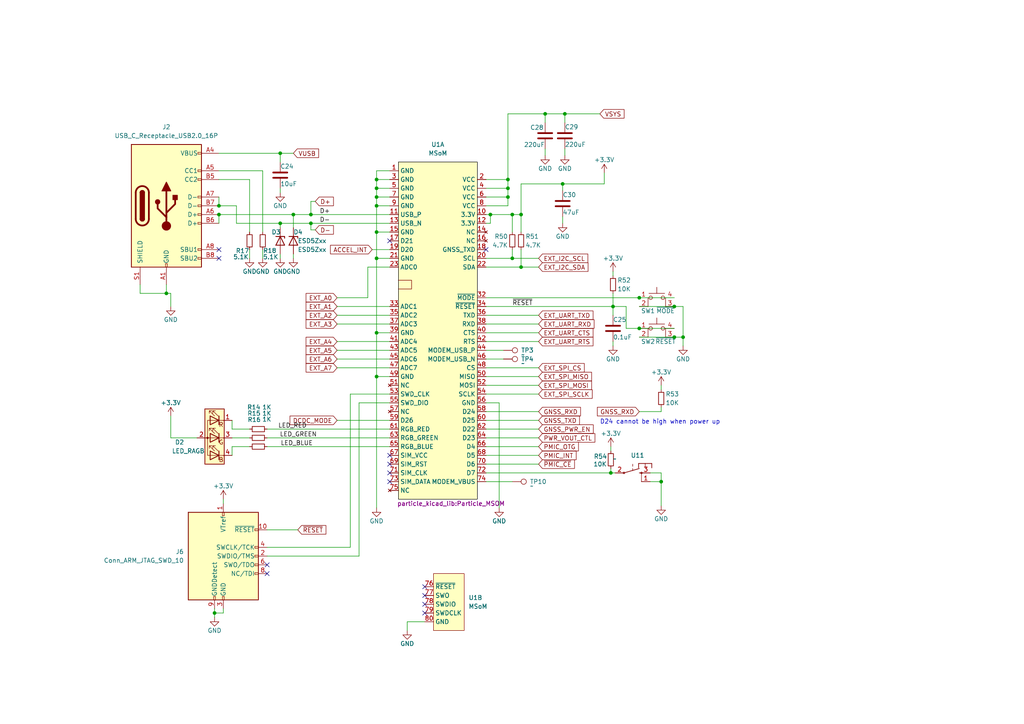
<source format=kicad_sch>
(kicad_sch (version 20230121) (generator eeschema)
  (paper "A4")
  (lib_symbols
    (symbol "Connector:Conn_ARM_JTAG_SWD_10" (pin_names (offset 1.016))
      (property "Reference" "J" (at -2.54 16.51 0))
      (property "Value" "Conn_ARM_JTAG_SWD_10" (at -2.54 13.97 0))
      (symbol "Conn_ARM_JTAG_SWD_10_0_1"
        (rectangle (start -10.16 12.7) (end 10.16 -12.7) (stroke (width 0.254)) (fill (type background)))
        (rectangle (start -2.794 -12.7) (end -2.286 -11.684))
        (rectangle (start -0.254 -12.7) (end 0.254 -11.684))
        (rectangle (start -0.254 12.7) (end 0.254 11.684))
        (rectangle (start 9.144 2.286) (end 10.16 2.794))
        (rectangle (start 10.16 -2.794) (end 9.144 -2.286))
        (rectangle (start 10.16 -0.254) (end 9.144 0.254))
        (rectangle (start 10.16 7.874) (end 9.144 7.366))
      )
      (symbol "Conn_ARM_JTAG_SWD_10_1_1"
        (rectangle (start 9.144 -5.334) (end 10.16 -4.826))
        (pin power_in line (at 0 15.24 270) (length 2.54) (name "VTref") (number "1"))
        (pin open_collector line (at 12.7 7.62 180) (length 2.54) (name "~{RESET}") (number "10"))
        (pin bidirectional line (at 12.7 0 180) (length 2.54) (name "SWDIO/TMS") (number "2"))
        (pin power_in line (at 0 -15.24 90) (length 2.54) (name "GND") (number "3"))
        (pin output line (at 12.7 2.54 180) (length 2.54) (name "SWCLK/TCK") (number "4"))
        (pin passive line (at 0 -15.24 90) (length 2.54) hide (name "GND") (number "5"))
        (pin input line (at 12.7 -2.54 180) (length 2.54) (name "SWO/TDO") (number "6"))
        (pin no_connect line (at -10.16 0 0) (length 2.54) hide (name "KEY") (number "7"))
        (pin output line (at 12.7 -5.08 180) (length 2.54) (name "NC/TDI") (number "8"))
        (pin passive line (at -2.54 -15.24 90) (length 2.54) (name "GNDDetect") (number "9"))
      )
    )
    (symbol "Connector:TestPoint" (pin_numbers hide) (pin_names (offset 0.762) hide)
      (property "Reference" "TP" (at 0 6.858 0))
      (property "Value" "TestPoint" (at 0 5.08 0))
      (symbol "TestPoint_0_1"
        (circle (center 0 3.302) (radius 0.762))
      )
      (symbol "TestPoint_1_1"
        (pin passive line (at 0 0 90) (length 2.54) (name "1") (number "1"))
      )
    )
    (symbol "Connector:USB_C_Receptacle_USB2.0_16P" (pin_names (offset 1.016))
      (property "Reference" "J" (at 0 22.225 0))
      (property "Value" "USB_C_Receptacle_USB2.0_16P" (at 0 19.685 0))
      (symbol "USB_C_Receptacle_USB2.0_16P_0_0"
        (rectangle (start -0.254 -17.78) (end 0.254 -16.764))
        (rectangle (start 10.16 -14.986) (end 9.144 -15.494))
        (rectangle (start 10.16 -12.446) (end 9.144 -12.954))
        (rectangle (start 10.16 -4.826) (end 9.144 -5.334))
        (rectangle (start 10.16 -2.286) (end 9.144 -2.794))
        (rectangle (start 10.16 0.254) (end 9.144 -0.254))
        (rectangle (start 10.16 2.794) (end 9.144 2.286))
        (rectangle (start 10.16 7.874) (end 9.144 7.366))
        (rectangle (start 10.16 10.414) (end 9.144 9.906))
        (rectangle (start 10.16 15.494) (end 9.144 14.986))
      )
      (symbol "USB_C_Receptacle_USB2.0_16P_0_1"
        (rectangle (start -10.16 17.78) (end 10.16 -17.78) (stroke (width 0.254)) (fill (type background)))
        (arc (start -8.89 -3.81) (mid -6.985 -5.7067) (end -5.08 -3.81) (stroke (width 0.508)))
        (arc (start -7.62 -3.81) (mid -6.985 -4.4423) (end -6.35 -3.81) (stroke (width 0.254)))
        (arc (start -7.62 -3.81) (mid -6.985 -4.4423) (end -6.35 -3.81) (stroke (width 0.254)) (fill (type outline)))
        (rectangle (start -7.62 -3.81) (end -6.35 3.81) (stroke (width 0.254)) (fill (type outline)))
        (arc (start -6.35 3.81) (mid -6.985 4.4423) (end -7.62 3.81) (stroke (width 0.254)))
        (arc (start -6.35 3.81) (mid -6.985 4.4423) (end -7.62 3.81) (stroke (width 0.254)) (fill (type outline)))
        (arc (start -5.08 3.81) (mid -6.985 5.7067) (end -8.89 3.81) (stroke (width 0.508)))
        (circle (center -2.54 1.143) (radius 0.635) (stroke (width 0.254)) (fill (type outline)))
        (circle (center 0 -5.842) (radius 1.27) (fill (type outline)))
        (polyline (pts (xy -8.89 -3.81) (xy -8.89 3.81)) (stroke (width 0.508)))
        (polyline (pts (xy -5.08 3.81) (xy -5.08 -3.81)) (stroke (width 0.508)))
        (polyline (pts (xy 0 -5.842) (xy 0 4.318)) (stroke (width 0.508)))
        (polyline (pts (xy 0 -3.302) (xy -2.54 -0.762) (xy -2.54 0.508)) (stroke (width 0.508)))
        (polyline (pts (xy 0 -2.032) (xy 2.54 0.508) (xy 2.54 1.778)) (stroke (width 0.508)))
        (polyline (pts (xy -1.27 4.318) (xy 0 6.858) (xy 1.27 4.318) (xy -1.27 4.318)) (stroke (width 0.254)) (fill (type outline)))
        (rectangle (start 1.905 1.778) (end 3.175 3.048) (stroke (width 0.254)) (fill (type outline)))
      )
      (symbol "USB_C_Receptacle_USB2.0_16P_1_1"
        (pin passive line (at 0 -22.86 90) (length 5.08) (name "GND") (number "A1"))
        (pin passive line (at 0 -22.86 90) (length 5.08) hide (name "GND") (number "A12"))
        (pin passive line (at 15.24 15.24 180) (length 5.08) (name "VBUS") (number "A4"))
        (pin bidirectional line (at 15.24 10.16 180) (length 5.08) (name "CC1") (number "A5"))
        (pin bidirectional line (at 15.24 -2.54 180) (length 5.08) (name "D+") (number "A6"))
        (pin bidirectional line (at 15.24 2.54 180) (length 5.08) (name "D-") (number "A7"))
        (pin bidirectional line (at 15.24 -12.7 180) (length 5.08) (name "SBU1") (number "A8"))
        (pin passive line (at 15.24 15.24 180) (length 5.08) hide (name "VBUS") (number "A9"))
        (pin passive line (at 0 -22.86 90) (length 5.08) hide (name "GND") (number "B1"))
        (pin passive line (at 0 -22.86 90) (length 5.08) hide (name "GND") (number "B12"))
        (pin passive line (at 15.24 15.24 180) (length 5.08) hide (name "VBUS") (number "B4"))
        (pin bidirectional line (at 15.24 7.62 180) (length 5.08) (name "CC2") (number "B5"))
        (pin bidirectional line (at 15.24 -5.08 180) (length 5.08) (name "D+") (number "B6"))
        (pin bidirectional line (at 15.24 0 180) (length 5.08) (name "D-") (number "B7"))
        (pin bidirectional line (at 15.24 -15.24 180) (length 5.08) (name "SBU2") (number "B8"))
        (pin passive line (at 15.24 15.24 180) (length 5.08) hide (name "VBUS") (number "B9"))
        (pin passive line (at -7.62 -22.86 90) (length 5.08) (name "SHIELD") (number "S1"))
      )
    )
    (symbol "Device:C" (pin_numbers hide) (pin_names (offset 0.254))
      (property "Reference" "C" (at 0.635 2.54 0))
      (property "Value" "C" (at 0.635 -2.54 0))
      (symbol "C_0_1"
        (polyline (pts (xy -2.032 -0.762) (xy 2.032 -0.762)) (stroke (width 0.508)))
        (polyline (pts (xy -2.032 0.762) (xy 2.032 0.762)) (stroke (width 0.508)))
      )
      (symbol "C_1_1"
        (pin passive line (at 0 3.81 270) (length 2.794) (name "~") (number "1"))
        (pin passive line (at 0 -3.81 90) (length 2.794) (name "~") (number "2"))
      )
    )
    (symbol "Device:LED_RAGB" (pin_names (offset 0) hide)
      (property "Reference" "D" (at 0 9.398 0))
      (property "Value" "LED_RAGB" (at 0 -8.89 0))
      (symbol "LED_RAGB_0_0"
        (text "B" (at -1.905 -6.35 0) (effects (font (size 1.27 1.27))))
        (text "G" (at -1.905 -1.27 0) (effects (font (size 1.27 1.27))))
        (text "R" (at -1.905 3.81 0) (effects (font (size 1.27 1.27))))
      )
      (symbol "LED_RAGB_0_1"
        (polyline (pts (xy -1.27 -5.08) (xy -2.54 -5.08)))
        (polyline (pts (xy -1.27 -5.08) (xy 1.27 -5.08)))
        (polyline (pts (xy -1.27 -3.81) (xy -1.27 -6.35)) (stroke (width 0.254)))
        (polyline (pts (xy -1.27 0) (xy -2.54 0)))
        (polyline (pts (xy -1.27 1.27) (xy -1.27 -1.27)) (stroke (width 0.254)))
        (polyline (pts (xy -1.27 5.08) (xy -2.54 5.08)))
        (polyline (pts (xy -1.27 5.08) (xy 1.27 5.08)))
        (polyline (pts (xy -1.27 6.35) (xy -1.27 3.81)) (stroke (width 0.254)))
        (polyline (pts (xy 1.27 0) (xy -1.27 0)))
        (polyline (pts (xy 1.27 0) (xy 2.54 0)))
        (polyline (pts (xy -1.27 1.27) (xy -1.27 -1.27) (xy -1.27 -1.27)))
        (polyline (pts (xy -1.27 6.35) (xy -1.27 3.81) (xy -1.27 3.81)))
        (polyline (pts (xy 1.27 -5.08) (xy 2.032 -5.08) (xy 2.032 5.08) (xy 1.27 5.08)))
        (polyline (pts (xy 1.27 -3.81) (xy 1.27 -6.35) (xy -1.27 -5.08) (xy 1.27 -3.81)) (stroke (width 0.254)))
        (polyline (pts (xy 1.27 1.27) (xy 1.27 -1.27) (xy -1.27 0) (xy 1.27 1.27)) (stroke (width 0.254)))
        (polyline (pts (xy 1.27 6.35) (xy 1.27 3.81) (xy -1.27 5.08) (xy 1.27 6.35)) (stroke (width 0.254)))
        (polyline (pts (xy -1.016 -3.81) (xy 0.508 -2.286) (xy -0.254 -2.286) (xy 0.508 -2.286) (xy 0.508 -3.048)))
        (polyline (pts (xy -1.016 1.27) (xy 0.508 2.794) (xy -0.254 2.794) (xy 0.508 2.794) (xy 0.508 2.032)))
        (polyline (pts (xy -1.016 6.35) (xy 0.508 7.874) (xy -0.254 7.874) (xy 0.508 7.874) (xy 0.508 7.112)))
        (polyline (pts (xy 0 -3.81) (xy 1.524 -2.286) (xy 0.762 -2.286) (xy 1.524 -2.286) (xy 1.524 -3.048)))
        (polyline (pts (xy 0 1.27) (xy 1.524 2.794) (xy 0.762 2.794) (xy 1.524 2.794) (xy 1.524 2.032)))
        (polyline (pts (xy 0 6.35) (xy 1.524 7.874) (xy 0.762 7.874) (xy 1.524 7.874) (xy 1.524 7.112)))
        (rectangle (start 1.27 -1.27) (end 1.27 1.27))
        (rectangle (start 1.27 1.27) (end 1.27 1.27))
        (rectangle (start 1.27 3.81) (end 1.27 6.35))
        (rectangle (start 1.27 6.35) (end 1.27 6.35))
        (circle (center 2.032 0) (radius 0.254) (fill (type outline)))
        (rectangle (start 2.794 8.382) (end -2.794 -7.62) (stroke (width 0.254)) (fill (type background)))
      )
      (symbol "LED_RAGB_1_1"
        (pin passive line (at -5.08 5.08 0) (length 2.54) (name "RK") (number "1"))
        (pin passive line (at 5.08 0 180) (length 2.54) (name "A") (number "2"))
        (pin passive line (at -5.08 0 0) (length 2.54) (name "GK") (number "3"))
        (pin passive line (at -5.08 -5.08 0) (length 2.54) (name "BK") (number "4"))
      )
    )
    (symbol "Device:R_Small" (pin_numbers hide) (pin_names (offset 0.254) hide)
      (property "Reference" "R" (at 0.762 0.508 0))
      (property "Value" "R_Small" (at 0.762 -1.016 0))
      (symbol "R_Small_0_1"
        (rectangle (start -0.762 1.778) (end 0.762 -1.778) (stroke (width 0.2032)))
      )
      (symbol "R_Small_1_1"
        (pin passive line (at 0 2.54 270) (length 0.762) (name "~") (number "1"))
        (pin passive line (at 0 -2.54 90) (length 0.762) (name "~") (number "2"))
      )
    )
    (symbol "Diode:ESD5Zxx" (pin_numbers hide) (pin_names hide)
      (property "Reference" "D" (at 0 2.54 0))
      (property "Value" "ESD5Zxx" (at 0 -2.54 0))
      (symbol "ESD5Zxx_0_1"
        (polyline (pts (xy 1.27 0) (xy -1.27 0)))
        (polyline (pts (xy -1.27 -1.27) (xy -1.27 1.27) (xy -0.762 1.27)) (stroke (width 0.254)))
        (polyline (pts (xy 1.27 -1.27) (xy 1.27 1.27) (xy -1.27 0) (xy 1.27 -1.27)) (stroke (width 0.254)))
      )
      (symbol "ESD5Zxx_1_1"
        (pin passive line (at -3.81 0 0) (length 2.54) (name "K") (number "1"))
        (pin passive line (at 3.81 0 180) (length 2.54) (name "A") (number "2"))
      )
    )
    (symbol "Switch:SW_MEC_5E" (pin_names (offset 1.016) hide)
      (property "Reference" "SW" (at 0.635 5.715 0))
      (property "Value" "SW_MEC_5E" (at 0 -3.175 0))
      (symbol "SW_MEC_5E_0_1"
        (circle (center -1.778 2.54) (radius 0.508))
        (polyline (pts (xy -2.286 3.81) (xy 2.286 3.81)))
        (polyline (pts (xy 0 3.81) (xy 0 5.588)))
        (polyline (pts (xy -2.54 0) (xy -2.54 2.54) (xy -2.286 2.54)))
        (polyline (pts (xy 2.54 0) (xy 2.54 2.54) (xy 2.286 2.54)))
        (circle (center 1.778 2.54) (radius 0.508))
        (pin passive line (at -5.08 2.54 0) (length 2.54) (name "1") (number "1"))
        (pin passive line (at -5.08 0 0) (length 2.54) (name "2") (number "2"))
        (pin passive line (at 5.08 0 180) (length 2.54) (name "K") (number "3"))
        (pin passive line (at 5.08 2.54 180) (length 2.54) (name "A") (number "4"))
      )
    )
    (symbol "kicad_lib_particle:Particle_MSoM"
      (property "Reference" "U" (at 1.27 -2.54 0))
      (property "Value" "MSoM" (at 6.35 -2.54 0))
      (symbol "Particle_MSoM_1_1"
        (polyline (pts (xy 1.27 63.5) (xy 0 63.5) (xy 3.81 63.5) (xy 3.81 60.96) (xy 0 60.96)))
        (rectangle (start 0 97.79) (end 22.86 0) (stroke (width 0) (color 0 0 0 1)) (fill (type background)))
        (pin power_in line (at -2.54 95.25 0) (length 2.54) (name "GND") (number "1"))
        (pin power_in line (at 25.4 82.55 180) (length 2.54) (name "3.3V") (number "10"))
        (pin bidirectional line (at -2.54 82.55 0) (length 2.54) (name "USB_P") (number "11"))
        (pin power_in line (at 25.4 80.01 180) (length 2.54) (name "3.3V") (number "12"))
        (pin bidirectional line (at -2.54 80.01 0) (length 2.54) (name "USB_N") (number "13"))
        (pin no_connect line (at 25.4 77.47 180) (length 2.54) (name "NC") (number "14"))
        (pin power_in line (at -2.54 77.47 0) (length 2.54) (name "GND") (number "15"))
        (pin no_connect line (at 25.4 74.93 180) (length 2.54) (name "NC") (number "16"))
        (pin bidirectional line (at -2.54 74.93 0) (length 2.54) (name "D21") (number "17"))
        (pin output line (at 25.4 72.39 180) (length 2.54) (name "GNSS_TXD") (number "18"))
        (pin bidirectional line (at -2.54 72.39 0) (length 2.54) (name "D20") (number "19"))
        (pin power_in line (at 25.4 92.71 180) (length 2.54) (name "VCC") (number "2"))
        (pin bidirectional line (at 25.4 69.85 180) (length 2.54) (name "SCL") (number "20"))
        (pin power_in line (at -2.54 69.85 0) (length 2.54) (name "GND") (number "21"))
        (pin bidirectional line (at 25.4 67.31 180) (length 2.54) (name "SDA") (number "22"))
        (pin bidirectional line (at -2.54 67.31 0) (length 2.54) (name "ADC0") (number "23"))
        (pin power_in line (at -2.54 92.71 0) (length 2.54) (name "GND") (number "3"))
        (pin input line (at 25.4 58.42 180) (length 2.54) (name "~{MODE}") (number "32"))
        (pin bidirectional line (at -2.54 55.88 0) (length 2.54) (name "ADC1") (number "33"))
        (pin input line (at 25.4 55.88 180) (length 2.54) (name "~{RESET}") (number "34"))
        (pin bidirectional line (at -2.54 53.34 0) (length 2.54) (name "ADC2") (number "35"))
        (pin bidirectional line (at 25.4 53.34 180) (length 2.54) (name "TXD") (number "36"))
        (pin bidirectional line (at -2.54 50.8 0) (length 2.54) (name "ADC3") (number "37"))
        (pin bidirectional line (at 25.4 50.8 180) (length 2.54) (name "RXD") (number "38"))
        (pin power_in line (at -2.54 48.26 0) (length 2.54) (name "GND") (number "39"))
        (pin power_in line (at 25.4 90.17 180) (length 2.54) (name "VCC") (number "4"))
        (pin bidirectional line (at 25.4 48.26 180) (length 2.54) (name "CTS") (number "40"))
        (pin bidirectional line (at -2.54 45.72 0) (length 2.54) (name "ADC4") (number "41"))
        (pin bidirectional line (at 25.4 45.72 180) (length 2.54) (name "RTS") (number "42"))
        (pin bidirectional line (at -2.54 43.18 0) (length 2.54) (name "ADC5") (number "43"))
        (pin bidirectional line (at 25.4 43.18 180) (length 2.54) (name "MODEM_USB_P") (number "44"))
        (pin bidirectional line (at -2.54 40.64 0) (length 2.54) (name "ADC6") (number "45"))
        (pin bidirectional line (at 25.4 40.64 180) (length 2.54) (name "MODEM_USB_N") (number "46"))
        (pin bidirectional line (at -2.54 38.1 0) (length 2.54) (name "ADC7") (number "47"))
        (pin bidirectional line (at 25.4 38.1 180) (length 2.54) (name "CS") (number "48"))
        (pin power_in line (at -2.54 35.56 0) (length 2.54) (name "GND") (number "49"))
        (pin power_in line (at -2.54 90.17 0) (length 2.54) (name "GND") (number "5"))
        (pin bidirectional line (at 25.4 35.56 180) (length 2.54) (name "MISO") (number "50"))
        (pin no_connect line (at -2.54 33.02 0) (length 2.54) (name "NC") (number "51"))
        (pin bidirectional line (at 25.4 33.02 180) (length 2.54) (name "MOSI") (number "52"))
        (pin bidirectional line (at -2.54 30.48 0) (length 2.54) (name "SWD_CLK") (number "53"))
        (pin bidirectional line (at 25.4 30.48 180) (length 2.54) (name "SCLK") (number "54"))
        (pin bidirectional line (at -2.54 27.94 0) (length 2.54) (name "SWD_DIO") (number "55"))
        (pin bidirectional line (at 25.4 27.94 180) (length 2.54) (name "GND") (number "56"))
        (pin no_connect line (at -2.54 25.4 0) (length 2.54) (name "NC") (number "57"))
        (pin bidirectional line (at 25.4 25.4 180) (length 2.54) (name "D24") (number "58"))
        (pin bidirectional line (at -2.54 22.86 0) (length 2.54) (name "D26") (number "59"))
        (pin power_in line (at 25.4 87.63 180) (length 2.54) (name "VCC") (number "6"))
        (pin bidirectional line (at 25.4 22.86 180) (length 2.54) (name "D25") (number "60"))
        (pin output line (at -2.54 20.32 0) (length 2.54) (name "RGB_RED") (number "61"))
        (pin bidirectional line (at 25.4 20.32 180) (length 2.54) (name "D22") (number "62"))
        (pin output line (at -2.54 17.78 0) (length 2.54) (name "RGB_GREEN") (number "63"))
        (pin bidirectional line (at 25.4 17.78 180) (length 2.54) (name "D23") (number "64"))
        (pin output line (at -2.54 15.24 0) (length 2.54) (name "RGB_BLUE") (number "65"))
        (pin bidirectional line (at 25.4 15.24 180) (length 2.54) (name "D4") (number "66"))
        (pin power_out line (at -2.54 12.7 0) (length 2.54) (name "SIM_VCC") (number "67"))
        (pin bidirectional line (at 25.4 12.7 180) (length 2.54) (name "D5") (number "68"))
        (pin output line (at -2.54 10.16 0) (length 2.54) (name "SIM_RST") (number "69"))
        (pin power_in line (at -2.54 87.63 0) (length 2.54) (name "GND") (number "7"))
        (pin bidirectional line (at 25.4 10.16 180) (length 2.54) (name "D6") (number "70"))
        (pin output line (at -2.54 7.62 0) (length 2.54) (name "SIM_CLK") (number "71"))
        (pin bidirectional line (at 25.4 7.62 180) (length 2.54) (name "D7") (number "72"))
        (pin bidirectional line (at -2.54 5.08 0) (length 2.54) (name "SIM_DATA") (number "73"))
        (pin power_in line (at 25.4 5.08 180) (length 2.54) (name "MODEM_VBUS") (number "74"))
        (pin no_connect line (at -2.54 2.54 0) (length 2.54) (name "NC") (number "75"))
        (pin power_in line (at 25.4 85.09 180) (length 2.54) (name "VCC") (number "8"))
        (pin power_in line (at -2.54 85.09 0) (length 2.54) (name "GND") (number "9"))
      )
      (symbol "Particle_MSoM_2_1"
        (rectangle (start 0 16.51) (end 8.89 0) (fill (type background)))
        (pin input line (at -2.54 12.7 0) (length 2.54) (name "~{RESET}") (number "76"))
        (pin output line (at -2.54 10.16 0) (length 2.54) (name "SWO") (number "77"))
        (pin bidirectional line (at -2.54 7.62 0) (length 2.54) (name "SWDIO") (number "78"))
        (pin input line (at -2.54 5.08 0) (length 2.54) (name "SWDCLK") (number "79"))
        (pin input line (at -2.54 2.54 0) (length 2.54) (name "GND") (number "80"))
      )
    )
    (symbol "kicad_lib_particle:TACTEL_SWITCH"
      (property "Reference" "U" (at -0.127 4.064 0))
      (symbol "TACTEL_SWITCH_1_0"
        (polyline (pts (xy 2.54 0) (xy 6.985 1.27)) (stroke (width 0.2)))
        (polyline (pts (xy 5.08 0.635) (xy 5.08 1.27)) (stroke (width 0.15)))
        (polyline (pts (xy 5.08 1.905) (xy 5.08 2.54)) (stroke (width 0.15)))
        (polyline (pts (xy 6.7945 1.4605) (xy 6.7945 2.7305)) (stroke (width 0.2)))
        (polyline (pts (xy 6.7945 2.7305) (xy 10.6045 2.7305)) (stroke (width 0.2)))
        (polyline (pts (xy 7.62 -2.54) (xy 7.62 0)) (stroke (width 0.15)))
        (polyline (pts (xy 7.62 0) (xy 6.985 0)) (stroke (width 0.2)))
        (polyline (pts (xy 8.6995 1.4605) (xy 8.6995 2.7305)) (stroke (width 0.15)))
        (polyline (pts (xy 10.6045 2.7305) (xy 10.6045 1.4605)) (stroke (width 0.2)))
        (circle (center 2.54 0) (radius 0.254))
        (circle (center 7.62 0) (radius 0.254))
        (pin bidirectional line (at 10.16 -2.54 180) (length 2.54) (name "1") (number "1"))
        (pin bidirectional line (at 0 0 0) (length 2.54) (name "2") (number "2"))
        (pin bidirectional line (at 10.16 0 180) (length 2.54) (name "3") (number "3"))
      )
    )
    (symbol "power:+3.3V" (power) (pin_names (offset 0))
      (property "Value" "+3.3V" (at 0 3.556 0))
      (symbol "+3.3V_0_1"
        (polyline (pts (xy -0.762 1.27) (xy 0 2.54)))
        (polyline (pts (xy 0 0) (xy 0 2.54)))
        (polyline (pts (xy 0 2.54) (xy 0.762 1.27)))
      )
      (symbol "+3.3V_1_1"
        (pin power_in line (at 0 0 90) (length 0) hide (name "+3.3V") (number "1"))
      )
    )
    (symbol "power:GND" (power) (pin_names (offset 0))
      (property "Value" "GND" (at 0 -3.81 0))
      (symbol "GND_0_1"
        (polyline (pts (xy 0 0) (xy 0 -1.27) (xy 1.27 -1.27) (xy 0 -2.54) (xy -1.27 -1.27) (xy 0 -1.27)))
      )
      (symbol "GND_1_1"
        (pin power_in line (at 0 0 270) (length 0) hide (name "GND") (number "1"))
      )
    )
  )
  (junction (at 109.22 109.22))
  (junction (at 185.42 95.25))
  (junction (at 148.59 74.93))
  (junction (at 147.32 52.07))
  (junction (at 85.09 62.23))
  (junction (at 148.59 62.23))
  (junction (at 151.13 77.47))
  (junction (at 62.23 177.8))
  (junction (at 109.22 67.31))
  (junction (at 81.28 64.77))
  (junction (at 163.83 33.02))
  (junction (at 90.17 64.77))
  (junction (at 163.195 53.34))
  (junction (at 185.42 86.36))
  (junction (at 63.5 59.69))
  (junction (at 158.115 33.02))
  (junction (at 147.32 57.15))
  (junction (at 109.22 74.93))
  (junction (at 63.5 62.23))
  (junction (at 191.77 139.7))
  (junction (at 90.17 62.23))
  (junction (at 48.26 85.09))
  (junction (at 109.22 96.52))
  (junction (at 195.58 97.79))
  (junction (at 177.165 137.16))
  (junction (at 81.28 44.45))
  (junction (at 142.24 62.23))
  (junction (at 147.32 54.61))
  (junction (at 177.8 88.9))
  (junction (at 109.22 57.15))
  (junction (at 195.58 88.9))
  (junction (at 109.22 54.61))
  (junction (at 109.22 59.69))
  (junction (at 109.22 52.07))
  (junction (at 151.13 62.23))
  (junction (at 198.12 97.79))
  (no_connect (at 113.03 134.62))
  (no_connect (at 63.5 74.93))
  (no_connect (at 113.03 69.85))
  (no_connect (at 77.47 163.83))
  (no_connect (at 77.47 166.37))
  (no_connect (at 123.19 175.26))
  (no_connect (at 123.19 177.8))
  (no_connect (at 123.19 172.72))
  (no_connect (at 113.03 132.08))
  (no_connect (at 123.19 170.18))
  (no_connect (at 140.97 72.39))
  (no_connect (at 113.03 137.16))
  (no_connect (at 63.5 72.39))
  (no_connect (at 113.03 139.7))
  (wire (pts (xy 140.97 119.38) (xy 156.21 119.38)))
  (wire (pts (xy 91.44 58.42) (xy 90.17 58.42)))
  (wire (pts (xy 81.28 44.45) (xy 81.28 46.99)))
  (wire (pts (xy 109.22 54.61) (xy 109.22 57.15)))
  (wire (pts (xy 185.42 86.36) (xy 195.58 86.36)))
  (wire (pts (xy 142.24 62.23) (xy 142.24 64.77)))
  (wire (pts (xy 63.5 59.69) (xy 68.58 59.69)))
  (wire (pts (xy 191.77 139.7) (xy 191.77 146.685)))
  (wire (pts (xy 140.97 99.06) (xy 156.21 99.06)))
  (wire (pts (xy 191.77 111.76) (xy 191.77 113.03)))
  (wire (pts (xy 142.24 62.23) (xy 148.59 62.23)))
  (wire (pts (xy 109.22 74.93) (xy 113.03 74.93)))
  (wire (pts (xy 90.17 66.675) (xy 90.17 64.77)))
  (wire (pts (xy 140.97 124.46) (xy 156.21 124.46)))
  (wire (pts (xy 77.47 161.29) (xy 104.14 161.29)))
  (wire (pts (xy 177.8 100.33) (xy 177.8 99.06)))
  (wire (pts (xy 113.03 77.47) (xy 106.68 77.47)))
  (wire (pts (xy 140.97 114.3) (xy 156.21 114.3)))
  (wire (pts (xy 140.97 59.69) (xy 147.32 59.69)))
  (wire (pts (xy 163.195 53.34) (xy 175.26 53.34)))
  (wire (pts (xy 140.97 132.08) (xy 156.21 132.08)))
  (wire (pts (xy 72.39 67.31) (xy 72.39 52.07)))
  (wire (pts (xy 140.97 86.36) (xy 185.42 86.36)))
  (wire (pts (xy 109.22 67.31) (xy 113.03 67.31)))
  (wire (pts (xy 140.97 137.16) (xy 177.165 137.16)))
  (wire (pts (xy 63.5 44.45) (xy 81.28 44.45)))
  (wire (pts (xy 85.09 62.23) (xy 90.17 62.23)))
  (wire (pts (xy 90.17 64.77) (xy 113.03 64.77)))
  (wire (pts (xy 109.22 74.93) (xy 109.22 96.52)))
  (wire (pts (xy 49.53 85.09) (xy 49.53 88.9)))
  (wire (pts (xy 101.6 158.75) (xy 101.6 114.3)))
  (wire (pts (xy 97.79 93.98) (xy 113.03 93.98)))
  (wire (pts (xy 109.22 67.31) (xy 109.22 74.93)))
  (wire (pts (xy 106.68 77.47) (xy 106.68 86.36)))
  (wire (pts (xy 77.47 124.46) (xy 113.03 124.46)))
  (wire (pts (xy 97.79 106.68) (xy 113.03 106.68)))
  (wire (pts (xy 198.12 97.79) (xy 198.12 100.33)))
  (wire (pts (xy 198.12 88.9) (xy 198.12 97.79)))
  (wire (pts (xy 97.79 91.44) (xy 113.03 91.44)))
  (wire (pts (xy 64.77 177.8) (xy 62.23 177.8)))
  (wire (pts (xy 177.165 137.16) (xy 178.435 137.16)))
  (wire (pts (xy 151.13 72.39) (xy 151.13 77.47)))
  (wire (pts (xy 76.2 74.93) (xy 76.2 72.39)))
  (wire (pts (xy 104.14 116.84) (xy 113.03 116.84)))
  (wire (pts (xy 63.5 62.23) (xy 63.5 64.77)))
  (wire (pts (xy 188.595 137.16) (xy 191.77 137.16)))
  (wire (pts (xy 49.53 120.65) (xy 49.53 127)))
  (wire (pts (xy 109.22 59.69) (xy 113.03 59.69)))
  (wire (pts (xy 177.8 85.09) (xy 177.8 88.9)))
  (wire (pts (xy 48.26 82.55) (xy 48.26 85.09)))
  (wire (pts (xy 109.22 54.61) (xy 113.03 54.61)))
  (wire (pts (xy 195.58 97.79) (xy 198.12 97.79)))
  (wire (pts (xy 158.115 33.02) (xy 147.32 33.02)))
  (wire (pts (xy 142.24 64.77) (xy 140.97 64.77)))
  (wire (pts (xy 140.97 139.7) (xy 148.59 139.7)))
  (wire (pts (xy 85.09 62.23) (xy 85.09 66.04)))
  (wire (pts (xy 185.42 95.25) (xy 195.58 95.25)))
  (wire (pts (xy 148.59 62.23) (xy 148.59 67.31)))
  (wire (pts (xy 97.79 99.06) (xy 113.03 99.06)))
  (wire (pts (xy 109.22 96.52) (xy 109.22 109.22)))
  (wire (pts (xy 140.97 88.9) (xy 177.8 88.9)))
  (wire (pts (xy 163.83 33.02) (xy 158.115 33.02)))
  (wire (pts (xy 140.97 134.62) (xy 156.21 134.62)))
  (wire (pts (xy 63.5 57.15) (xy 63.5 59.69)))
  (wire (pts (xy 175.26 53.34) (xy 175.26 50.165)))
  (wire (pts (xy 148.59 72.39) (xy 148.59 74.93)))
  (wire (pts (xy 140.97 62.23) (xy 142.24 62.23)))
  (wire (pts (xy 191.77 118.11) (xy 191.77 119.38)))
  (wire (pts (xy 77.47 153.67) (xy 86.36 153.67)))
  (wire (pts (xy 68.58 64.77) (xy 81.28 64.77)))
  (wire (pts (xy 188.595 139.7) (xy 191.77 139.7)))
  (wire (pts (xy 77.47 158.75) (xy 101.6 158.75)))
  (wire (pts (xy 181.61 88.9) (xy 181.61 95.25)))
  (wire (pts (xy 64.77 176.53) (xy 64.77 177.8)))
  (wire (pts (xy 147.32 52.07) (xy 140.97 52.07)))
  (wire (pts (xy 67.31 129.54) (xy 67.31 132.08)))
  (wire (pts (xy 62.23 176.53) (xy 62.23 177.8)))
  (wire (pts (xy 101.6 114.3) (xy 113.03 114.3)))
  (wire (pts (xy 67.31 124.46) (xy 72.39 124.46)))
  (wire (pts (xy 140.97 54.61) (xy 147.32 54.61)))
  (wire (pts (xy 140.97 127) (xy 156.21 127)))
  (wire (pts (xy 177.8 78.74) (xy 177.8 80.01)))
  (wire (pts (xy 67.31 127) (xy 72.39 127)))
  (wire (pts (xy 140.97 104.14) (xy 146.05 104.14)))
  (wire (pts (xy 48.26 85.09) (xy 49.53 85.09)))
  (wire (pts (xy 67.31 124.46) (xy 67.31 121.92)))
  (wire (pts (xy 118.11 180.34) (xy 118.11 182.88)))
  (wire (pts (xy 144.78 116.84) (xy 144.78 147.32)))
  (wire (pts (xy 68.58 59.69) (xy 68.58 64.77)))
  (wire (pts (xy 140.97 116.84) (xy 144.78 116.84)))
  (wire (pts (xy 109.22 109.22) (xy 113.03 109.22)))
  (wire (pts (xy 140.97 109.22) (xy 156.21 109.22)))
  (wire (pts (xy 77.47 129.54) (xy 113.03 129.54)))
  (wire (pts (xy 140.97 101.6) (xy 146.05 101.6)))
  (wire (pts (xy 147.32 54.61) (xy 147.32 52.07)))
  (wire (pts (xy 109.22 57.15) (xy 113.03 57.15)))
  (wire (pts (xy 163.83 33.02) (xy 163.83 35.56)))
  (wire (pts (xy 123.19 180.34) (xy 118.11 180.34)))
  (wire (pts (xy 191.77 119.38) (xy 185.42 119.38)))
  (wire (pts (xy 90.17 58.42) (xy 90.17 62.23)))
  (wire (pts (xy 107.95 72.39) (xy 113.03 72.39)))
  (wire (pts (xy 140.97 129.54) (xy 156.21 129.54)))
  (wire (pts (xy 40.64 82.55) (xy 40.64 85.09)))
  (wire (pts (xy 72.39 52.07) (xy 63.5 52.07)))
  (wire (pts (xy 76.2 49.53) (xy 63.5 49.53)))
  (wire (pts (xy 147.32 57.15) (xy 147.32 54.61)))
  (wire (pts (xy 140.97 57.15) (xy 147.32 57.15)))
  (wire (pts (xy 40.64 85.09) (xy 48.26 85.09)))
  (wire (pts (xy 109.22 109.22) (xy 109.22 147.32)))
  (wire (pts (xy 81.28 64.77) (xy 90.17 64.77)))
  (wire (pts (xy 148.59 74.93) (xy 156.21 74.93)))
  (wire (pts (xy 76.2 67.31) (xy 76.2 49.53)))
  (wire (pts (xy 49.53 127) (xy 57.15 127)))
  (wire (pts (xy 77.47 127) (xy 113.03 127)))
  (wire (pts (xy 81.28 55.88) (xy 81.28 54.61)))
  (wire (pts (xy 195.58 88.9) (xy 198.12 88.9)))
  (wire (pts (xy 185.42 97.79) (xy 195.58 97.79)))
  (wire (pts (xy 148.59 62.23) (xy 151.13 62.23)))
  (wire (pts (xy 158.115 45.085) (xy 158.115 43.18)))
  (wire (pts (xy 97.79 88.9) (xy 113.03 88.9)))
  (wire (pts (xy 147.32 59.69) (xy 147.32 57.15)))
  (wire (pts (xy 163.195 62.865) (xy 163.195 64.77)))
  (wire (pts (xy 63.5 62.23) (xy 85.09 62.23)))
  (wire (pts (xy 109.22 57.15) (xy 109.22 59.69)))
  (wire (pts (xy 140.97 106.68) (xy 156.21 106.68)))
  (wire (pts (xy 163.195 53.34) (xy 163.195 55.245)))
  (wire (pts (xy 151.13 53.34) (xy 163.195 53.34)))
  (wire (pts (xy 97.79 101.6) (xy 113.03 101.6)))
  (wire (pts (xy 109.22 59.69) (xy 109.22 67.31)))
  (wire (pts (xy 140.97 96.52) (xy 156.21 96.52)))
  (wire (pts (xy 140.97 111.76) (xy 156.21 111.76)))
  (wire (pts (xy 109.22 49.53) (xy 109.22 52.07)))
  (wire (pts (xy 109.22 52.07) (xy 109.22 54.61)))
  (wire (pts (xy 185.42 88.9) (xy 195.58 88.9)))
  (wire (pts (xy 140.97 91.44) (xy 156.21 91.44)))
  (wire (pts (xy 85.09 74.93) (xy 85.09 73.66)))
  (wire (pts (xy 177.8 88.9) (xy 181.61 88.9)))
  (wire (pts (xy 151.13 77.47) (xy 156.21 77.47)))
  (wire (pts (xy 163.83 45.085) (xy 163.83 43.18)))
  (wire (pts (xy 151.13 53.34) (xy 151.13 62.23)))
  (wire (pts (xy 109.22 52.07) (xy 113.03 52.07)))
  (wire (pts (xy 113.03 49.53) (xy 109.22 49.53)))
  (wire (pts (xy 173.99 33.02) (xy 163.83 33.02)))
  (wire (pts (xy 104.14 161.29) (xy 104.14 116.84)))
  (wire (pts (xy 147.32 33.02) (xy 147.32 52.07)))
  (wire (pts (xy 81.28 44.45) (xy 85.09 44.45)))
  (wire (pts (xy 151.13 62.23) (xy 151.13 67.31)))
  (wire (pts (xy 191.77 137.16) (xy 191.77 139.7)))
  (wire (pts (xy 140.97 121.92) (xy 156.21 121.92)))
  (wire (pts (xy 177.165 129.54) (xy 177.165 130.81)))
  (wire (pts (xy 109.22 96.52) (xy 113.03 96.52)))
  (wire (pts (xy 62.23 177.8) (xy 62.23 179.07)))
  (wire (pts (xy 140.97 77.47) (xy 151.13 77.47)))
  (wire (pts (xy 97.79 104.14) (xy 113.03 104.14)))
  (wire (pts (xy 81.28 64.77) (xy 81.28 66.04)))
  (wire (pts (xy 181.61 95.25) (xy 185.42 95.25)))
  (wire (pts (xy 90.17 62.23) (xy 113.03 62.23)))
  (wire (pts (xy 97.79 121.92) (xy 113.03 121.92)))
  (wire (pts (xy 97.79 86.36) (xy 106.68 86.36)))
  (wire (pts (xy 67.31 129.54) (xy 72.39 129.54)))
  (wire (pts (xy 177.165 135.89) (xy 177.165 137.16)))
  (wire (pts (xy 64.77 144.78) (xy 64.77 146.05)))
  (wire (pts (xy 140.97 93.98) (xy 156.21 93.98)))
  (wire (pts (xy 158.115 33.02) (xy 158.115 35.56)))
  (wire (pts (xy 91.44 66.675) (xy 90.17 66.675)))
  (wire (pts (xy 72.39 74.93) (xy 72.39 72.39)))
  (wire (pts (xy 140.97 74.93) (xy 148.59 74.93)))
  (wire (pts (xy 177.8 88.9) (xy 177.8 91.44)))
  (wire (pts (xy 81.28 74.93) (xy 81.28 73.66)))
  (text "D24 cannot be high when power up\n" (at 173.99 123.19 0) (effects (font (size 1.27 1.27)) (justify left bottom)))
  (label "D-" (at 92.71 64.77 0))
  (label "LED_RED" (at 80.6704 124.46 0))
  (label "LED_GREEN" (at 81.1276 127 0))
  (label "D+" (at 92.71 62.23 0))
  (label "LED_BLUE" (at 81.3816 129.54 0))
  (label "~{RESET}" (at 148.59 88.9 0))
  (global_label "DCDC_MODE" (shape input) (at 97.79 121.92 180) (property "Intersheetrefs" "${INTERSHEET_REFS}" (effects hide)))
  (global_label "EXT_A7" (shape input) (at 97.79 106.68 180) (property "Intersheetrefs" "${INTERSHEET_REFS}" (effects hide)))
  (global_label "EXT_UART_RXD" (shape input) (at 156.21 93.98 0) (property "Intersheetrefs" "${INTERSHEET_REFS}" (effects hide)))
  (global_label "GNSS_RXD" (shape input) (at 185.42 119.38 180) (property "Intersheetrefs" "${INTERSHEET_REFS}" (effects hide)))
  (global_label "EXT_SPI_MOSI" (shape input) (at 156.21 111.76 0) (property "Intersheetrefs" "${INTERSHEET_REFS}" (effects hide)))
  (global_label "PMIC_INT" (shape input) (at 156.21 132.08 0) (property "Intersheetrefs" "${INTERSHEET_REFS}" (effects hide)))
  (global_label "EXT_A1" (shape input) (at 97.79 88.9 180) (property "Intersheetrefs" "${INTERSHEET_REFS}" (effects hide)))
  (global_label "VUSB" (shape input) (at 85.09 44.45 0) (property "Intersheetrefs" "${INTERSHEET_REFS}" (effects hide)))
  (global_label "GNSS_RXD" (shape input) (at 156.21 119.38 0) (property "Intersheetrefs" "${INTERSHEET_REFS}" (effects hide)))
  (global_label "~{PMIC_CE}" (shape input) (at 156.21 134.62 0) (property "Intersheetrefs" "${INTERSHEET_REFS}" (effects hide)))
  (global_label "VSYS" (shape input) (at 173.99 33.02 0) (property "Intersheetrefs" "${INTERSHEET_REFS}" (effects hide)))
  (global_label "EXT_SPI_SCLK" (shape input) (at 156.21 114.3 0) (property "Intersheetrefs" "${INTERSHEET_REFS}" (effects hide)))
  (global_label "EXT_I2C_SDA" (shape input) (at 156.21 77.47 0) (property "Intersheetrefs" "${INTERSHEET_REFS}" (effects hide)))
  (global_label "D+" (shape input) (at 91.44 58.42 0) (property "Intersheetrefs" "${INTERSHEET_REFS}" (effects hide)))
  (global_label "GNSS_PWR_EN" (shape input) (at 156.21 124.46 0) (property "Intersheetrefs" "${INTERSHEET_REFS}" (effects hide)))
  (global_label "EXT_SPI_MISO" (shape input) (at 156.21 109.22 0) (property "Intersheetrefs" "${INTERSHEET_REFS}" (effects hide)))
  (global_label "~{RESET}" (shape input) (at 86.36 153.67 0) (property "Intersheetrefs" "${INTERSHEET_REFS}" (effects hide)))
  (global_label "EXT_UART_CTS" (shape input) (at 156.21 96.52 0) (property "Intersheetrefs" "${INTERSHEET_REFS}" (effects hide)))
  (global_label "EXT_A0" (shape input) (at 97.79 86.36 180) (property "Intersheetrefs" "${INTERSHEET_REFS}" (effects hide)))
  (global_label "EXT_A5" (shape input) (at 97.79 101.6 180) (property "Intersheetrefs" "${INTERSHEET_REFS}" (effects hide)))
  (global_label "EXT_UART_RTS" (shape input) (at 156.21 99.06 0) (property "Intersheetrefs" "${INTERSHEET_REFS}" (effects hide)))
  (global_label "D-" (shape input) (at 91.44 66.675 0) (property "Intersheetrefs" "${INTERSHEET_REFS}" (effects hide)))
  (global_label "PWR_VOUT_CTL" (shape input) (at 156.21 127 0) (property "Intersheetrefs" "${INTERSHEET_REFS}" (effects hide)))
  (global_label "EXT_SPI_CS" (shape input) (at 156.21 106.68 0) (property "Intersheetrefs" "${INTERSHEET_REFS}" (effects hide)))
  (global_label "EXT_A2" (shape input) (at 97.79 91.44 180) (property "Intersheetrefs" "${INTERSHEET_REFS}" (effects hide)))
  (global_label "EXT_UART_TXD" (shape input) (at 156.21 91.44 0) (property "Intersheetrefs" "${INTERSHEET_REFS}" (effects hide)))
  (global_label "EXT_A3" (shape input) (at 97.79 93.98 180) (property "Intersheetrefs" "${INTERSHEET_REFS}" (effects hide)))
  (global_label "PMIC_OTG" (shape input) (at 156.21 129.54 0) (property "Intersheetrefs" "${INTERSHEET_REFS}" (effects hide)))
  (global_label "GNSS_TXD" (shape input) (at 156.21 121.92 0) (property "Intersheetrefs" "${INTERSHEET_REFS}" (effects hide)))
  (global_label "EXT_I2C_SCL" (shape input) (at 156.21 74.93 0) (property "Intersheetrefs" "${INTERSHEET_REFS}" (effects hide)))
  (global_label "EXT_A4" (shape input) (at 97.79 99.06 180) (property "Intersheetrefs" "${INTERSHEET_REFS}" (effects hide)))
  (global_label "ACCEL_INT" (shape input) (at 107.95 72.39 180) (property "Intersheetrefs" "${INTERSHEET_REFS}" (effects hide)))
  (global_label "EXT_A6" (shape input) (at 97.79 104.14 180) (property "Intersheetrefs" "${INTERSHEET_REFS}" (effects hide)))
  (symbol (lib_id "kicad_lib_particle:TACTEL_SWITCH") (at 178.435 137.16 0) (unit 1)
    (property "Reference" "U11" (at 184.9302 132.08 0))
    (property "Value" "~" (at 178.308 133.096 0))
    (property "Footprint" "particle_kicad_lib:PTS847MM350LSMTR2LFS" (effects hide))
  )
  (symbol (lib_id "power:GND") (at 144.78 147.32 0) (unit 1)
    (property "Reference" "#PWR058" (effects hide))
    (property "Value" "GND" (at 144.78 151.13 0))
  )
  (symbol (lib_id "Connector:Conn_ARM_JTAG_SWD_10") (at 64.77 161.29 0) (unit 1)
    (property "Reference" "J6" (at 53.34 160.02 0) (effects (justify right)))
    (property "Value" "Conn_ARM_JTAG_SWD_10" (at 53.34 162.56 0) (effects (justify right)))
    (property "Footprint" "Connector_PinHeader_1.27mm:PinHeader_2x05_P1.27mm_Vertical_SMD" (effects hide))
    (property "Datasheet" "http://infocenter.arm.com/help/topic/com.arm.doc.ddi0314h/DDI0314H_coresight_components_trm.pdf" (effects hide))
  )
  (symbol (lib_id "Device:R_Small") (at 74.93 127 90) (unit 1)
    (property "Reference" "R15" (at 75.6412 119.888 90) (effects (justify left)))
    (property "Value" "1K" (at 78.74 119.888 90) (effects (justify left)))
    (property "Footprint" "Resistor_SMD:R_0603_1608Metric" (effects hide))
  )
  (symbol (lib_id "power:GND") (at 191.77 146.685 0) (unit 1)
    (property "Reference" "#PWR065" (effects hide))
    (property "Value" "GND" (at 191.77 150.495 0))
  )
  (symbol (lib_id "Device:LED_RAGB") (at 62.23 127 0) (mirror y) (unit 1)
    (property "Reference" "D2" (at 52.07 128.27 0))
    (property "Value" "LED_RAGB" (at 54.61 130.81 0))
    (property "Footprint" "LED_SMD:LED_Cree-PLCC4_3.2x2.8mm_CCW" (effects hide))
  )
  (symbol (lib_id "Connector:TestPoint") (at 148.59 139.7 270) (unit 1)
    (property "Reference" "TP10" (at 153.67 139.7 90) (effects (justify left)))
    (property "Value" "~" (at 153.67 140.97 90) (effects (justify left)))
    (property "Footprint" "TestPoint:TestPoint_Pad_D1.5mm" (effects hide))
  )
  (symbol (lib_id "Switch:SW_MEC_5E") (at 190.5 88.9 0) (unit 1)
    (property "Reference" "SW1" (at 187.96 90.17 0))
    (property "Value" "~{MODE}" (at 193.04 90.17 0))
    (property "Footprint" "Button_Switch_SMD:SW_Push_1P1T_NO_CK_KMR2" (effects hide))
    (property "Datasheet" "http://www.apem.com/int/index.php?controller=attachment&id_attachment=1371" (effects hide))
  )
  (symbol (lib_id "power:GND") (at 198.12 100.33 0) (unit 1)
    (property "Reference" "#PWR053" (effects hide))
    (property "Value" "GND" (at 198.12 104.14 0))
  )
  (symbol (lib_id "power:GND") (at 118.11 182.88 0) (unit 1)
    (property "Reference" "#PWR062" (effects hide))
    (property "Value" "GND" (at 118.11 186.69 0))
  )
  (symbol (lib_id "Device:R_Small") (at 177.8 82.55 0) (mirror x) (unit 1)
    (property "Reference" "R52" (at 179.07 81.28 0) (effects (justify left)))
    (property "Value" "10K" (at 179.07 83.82 0) (effects (justify left)))
    (property "Footprint" "Resistor_SMD:R_0603_1608Metric" (effects hide))
  )
  (symbol (lib_id "power:GND") (at 163.195 64.77 0) (unit 1)
    (property "Reference" "#PWR069" (effects hide))
    (property "Value" "GND" (at 163.195 68.58 0))
  )
  (symbol (lib_id "Diode:ESD5Zxx") (at 81.28 69.85 270) (unit 1)
    (property "Reference" "D3" (at 78.74 67.31 90) (effects (justify left)))
    (property "Value" "ESD5Zxx" (at 86.36 69.85 90) (effects (justify left)))
    (property "Footprint" "Diode_SMD:D_SOD-523" (effects hide))
    (property "Datasheet" "https://www.onsemi.com/pdf/datasheet/esd5z2.5t1-d.pdf" (effects hide))
  )
  (symbol (lib_id "Diode:ESD5Zxx") (at 85.09 69.85 270) (unit 1)
    (property "Reference" "D4" (at 85.09 67.31 90) (effects (justify left)))
    (property "Value" "ESD5Zxx" (at 86.36 72.39 90) (effects (justify left)))
    (property "Footprint" "Diode_SMD:D_SOD-523" (effects hide))
    (property "Datasheet" "https://www.onsemi.com/pdf/datasheet/esd5z2.5t1-d.pdf" (effects hide))
  )
  (symbol (lib_id "power:GND") (at 81.28 74.93 0) (unit 1)
    (property "Reference" "#PWR048" (effects hide))
    (property "Value" "GND" (at 81.28 78.74 0))
  )
  (symbol (lib_id "Device:R_Small") (at 177.165 133.35 0) (mirror x) (unit 1)
    (property "Reference" "R54" (at 172.212 132.3848 0) (effects (justify left)))
    (property "Value" "10K" (at 172.085 134.62 0) (effects (justify left)))
    (property "Footprint" "Resistor_SMD:R_0603_1608Metric" (effects hide))
  )
  (symbol (lib_id "Device:R_Small") (at 191.77 115.57 0) (mirror x) (unit 1)
    (property "Reference" "R53" (at 193.04 114.3 0) (effects (justify left)))
    (property "Value" "10K" (at 193.04 116.84 0) (effects (justify left)))
    (property "Footprint" "Resistor_SMD:R_0603_1608Metric" (effects hide))
  )
  (symbol (lib_id "power:+3.3V") (at 49.53 120.65 0) (unit 1)
    (property "Reference" "#PWR022" (effects hide))
    (property "Value" "+3.3V" (at 49.53 116.84 0))
  )
  (symbol (lib_id "kicad_lib_particle:Particle_MSoM") (at 115.57 144.78 0) (unit 1)
    (property "Reference" "U1" (at 127 41.91 0))
    (property "Value" "MSoM" (at 127 44.45 0))
    (property "Footprint" "particle_kicad_lib:Particle_MSOM" (effects hide))
  )
  (symbol (lib_id "Device:C") (at 81.28 50.8 0) (unit 1)
    (property "Reference" "C24" (at 81.28 48.26 0) (effects (justify left)))
    (property "Value" "10uF" (at 81.28 53.34 0) (effects (justify left)))
    (property "Footprint" "Capacitor_SMD:C_0603_1608Metric" (effects hide))
  )
  (symbol (lib_id "Connector:TestPoint") (at 146.05 101.6 270) (unit 1)
    (property "Reference" "TP3" (at 151.13 101.6 90) (effects (justify left)))
    (property "Value" "~" (at 151.13 102.87 90) (effects (justify left)))
    (property "Footprint" "TestPoint:TestPoint_Pad_D1.5mm" (effects hide))
  )
  (symbol (lib_id "Device:C") (at 163.83 39.37 0) (unit 1)
    (property "Reference" "C29" (at 163.83 36.83 0) (effects (justify left)))
    (property "Value" "220uF" (at 163.83 41.91 0) (effects (justify left)))
    (property "Footprint" "Capacitor_Tantalum_SMD:CP_EIA-3528-12_Kemet-T" (effects hide))
  )
  (symbol (lib_id "Connector:USB_C_Receptacle_USB2.0_16P") (at 48.26 59.69 0) (unit 1)
    (property "Reference" "J2" (at 48.26 36.83 0))
    (property "Value" "USB_C_Receptacle_USB2.0_16P" (at 48.26 39.37 0))
    (property "Footprint" "Connector_USB:USB_C_Receptacle_G-Switch_GT-USB-7051x" (effects hide))
    (property "Datasheet" "https://www.usb.org/sites/default/files/documents/usb_type-c.zip" (effects hide))
  )
  (symbol (lib_id "Device:R_Small") (at 72.39 69.85 180) (unit 1)
    (property "Reference" "R17" (at 72.2884 72.7456 0) (effects (justify left)))
    (property "Value" "5.1K" (at 72.136 74.5236 0) (effects (justify left)))
    (property "Footprint" "Resistor_SMD:R_0603_1608Metric" (effects hide))
  )
  (symbol (lib_id "Connector:TestPoint") (at 146.05 104.14 270) (unit 1)
    (property "Reference" "TP4" (at 151.13 104.14 90) (effects (justify left)))
    (property "Value" "~" (at 151.13 105.41 90) (effects (justify left)))
    (property "Footprint" "TestPoint:TestPoint_Pad_D1.5mm" (effects hide))
  )
  (symbol (lib_id "power:GND") (at 49.53 88.9 0) (unit 1)
    (property "Reference" "#PWR050" (effects hide))
    (property "Value" "GND" (at 49.53 92.71 0))
  )
  (symbol (lib_id "kicad_lib_particle:Particle_MSoM") (at 125.73 182.88 0) (unit 2)
    (property "Reference" "U1" (at 135.89 173.355 0) (effects (justify left)))
    (property "Value" "MSoM" (at 135.89 175.895 0) (effects (justify left)))
    (property "Footprint" "particle_kicad_lib:Particle_MSOM" (at 130.81 146.05 0))
  )
  (symbol (lib_id "power:GND") (at 72.39 74.93 0) (unit 1)
    (property "Reference" "#PWR051" (effects hide))
    (property "Value" "GND" (at 72.39 78.74 0))
  )
  (symbol (lib_id "Switch:SW_MEC_5E") (at 190.5 97.79 0) (unit 1)
    (property "Reference" "SW2" (at 187.96 99.06 0))
    (property "Value" "~{RESET}" (at 193.04 99.06 0))
    (property "Footprint" "Button_Switch_SMD:SW_Push_1P1T_NO_CK_KMR2" (effects hide))
    (property "Datasheet" "http://www.apem.com/int/index.php?controller=attachment&id_attachment=1371" (effects hide))
  )
  (symbol (lib_id "Device:R_Small") (at 74.93 124.46 90) (unit 1)
    (property "Reference" "R14" (at 75.5904 118.11 90) (effects (justify left)))
    (property "Value" "1K" (at 78.74 118.11 90) (effects (justify left)))
    (property "Footprint" "Resistor_SMD:R_0603_1608Metric" (effects hide))
  )
  (symbol (lib_id "power:+3.3V") (at 175.26 50.165 0) (unit 1)
    (property "Reference" "#PWR046" (effects hide))
    (property "Value" "+3.3V" (at 175.26 46.355 0))
  )
  (symbol (lib_id "Device:R_Small") (at 151.13 69.85 0) (mirror x) (unit 1)
    (property "Reference" "R51" (at 152.4 68.58 0) (effects (justify left)))
    (property "Value" "4.7K" (at 152.4 71.12 0) (effects (justify left)))
    (property "Footprint" "Resistor_SMD:R_0603_1608Metric" (effects hide))
  )
  (symbol (lib_id "Device:C") (at 163.195 59.055 0) (unit 1)
    (property "Reference" "C30" (at 163.195 56.515 0) (effects (justify left)))
    (property "Value" "47uF" (at 163.195 61.595 0) (effects (justify left)))
    (property "Footprint" "Capacitor_Tantalum_SMD:CP_EIA-3216-10_Kemet-I" (effects hide))
  )
  (symbol (lib_id "power:GND") (at 109.22 147.32 0) (unit 1)
    (property "Reference" "#PWR047" (effects hide))
    (property "Value" "GND" (at 109.22 151.13 0))
  )
  (symbol (lib_id "power:+3.3V") (at 64.77 144.78 0) (unit 1)
    (property "Reference" "#PWR057" (effects hide))
    (property "Value" "+3.3V" (at 64.77 140.97 0))
  )
  (symbol (lib_id "power:GND") (at 177.8 100.33 0) (unit 1)
    (property "Reference" "#PWR055" (effects hide))
    (property "Value" "GND" (at 177.8 104.14 0))
  )
  (symbol (lib_id "power:+3.3V") (at 177.165 129.54 0) (unit 1)
    (property "Reference" "#PWR066" (effects hide))
    (property "Value" "+3.3V" (at 177.165 125.73 0))
  )
  (symbol (lib_id "Device:C") (at 158.115 39.37 0) (unit 1)
    (property "Reference" "C28" (at 153.7716 36.9824 0) (effects (justify left)))
    (property "Value" "220uF" (at 151.9428 41.9608 0) (effects (justify left)))
    (property "Footprint" "Capacitor_Tantalum_SMD:CP_EIA-3528-12_Kemet-T" (effects hide))
  )
  (symbol (lib_id "power:GND") (at 85.09 74.93 0) (unit 1)
    (property "Reference" "#PWR049" (effects hide))
    (property "Value" "GND" (at 85.09 78.74 0))
  )
  (symbol (lib_id "power:GND") (at 76.2 74.93 0) (unit 1)
    (property "Reference" "#PWR052" (effects hide))
    (property "Value" "GND" (at 76.2 78.74 0))
  )
  (symbol (lib_id "power:GND") (at 62.23 179.07 0) (unit 1)
    (property "Reference" "#PWR056" (effects hide))
    (property "Value" "GND" (at 62.23 182.88 0))
  )
  (symbol (lib_id "power:+3.3V") (at 177.8 78.74 0) (unit 1)
    (property "Reference" "#PWR054" (effects hide))
    (property "Value" "+3.3V" (at 177.8 74.93 0))
  )
  (symbol (lib_id "power:+3.3V") (at 191.77 111.76 0) (unit 1)
    (property "Reference" "#PWR059" (effects hide))
    (property "Value" "+3.3V" (at 191.77 107.95 0))
  )
  (symbol (lib_id "Device:R_Small") (at 148.59 69.85 180) (unit 1)
    (property "Reference" "R50" (at 147.32 68.58 0) (effects (justify left)))
    (property "Value" "4.7K" (at 147.32 71.12 0) (effects (justify left)))
    (property "Footprint" "Resistor_SMD:R_0603_1608Metric" (effects hide))
  )
  (symbol (lib_id "Device:R_Small") (at 74.93 129.54 90) (unit 1)
    (property "Reference" "R16" (at 75.692 121.7168 90) (effects (justify left)))
    (property "Value" "1K" (at 78.74 121.6152 90) (effects (justify left)))
    (property "Footprint" "Resistor_SMD:R_0603_1608Metric" (effects hide))
  )
  (symbol (lib_id "power:GND") (at 163.83 45.085 0) (unit 1)
    (property "Reference" "#PWR068" (effects hide))
    (property "Value" "GND" (at 163.83 48.895 0))
  )
  (symbol (lib_id "power:GND") (at 81.28 55.88 0) (unit 1)
    (property "Reference" "#PWR060" (effects hide))
    (property "Value" "GND" (at 81.28 59.69 0))
  )
  (symbol (lib_id "Device:R_Small") (at 76.2 69.85 180) (unit 1)
    (property "Reference" "R18" (at 80.2132 72.6948 0) (effects (justify left)))
    (property "Value" "5.1K" (at 80.772 74.5236 0) (effects (justify left)))
    (property "Footprint" "Resistor_SMD:R_0603_1608Metric" (effects hide))
  )
  (symbol (lib_id "Device:C") (at 177.8 95.25 0) (unit 1)
    (property "Reference" "C25" (at 177.8 92.71 0) (effects (justify left)))
    (property "Value" "0.1uF" (at 177.8 97.79 0) (effects (justify left)))
    (property "Footprint" "Capacitor_SMD:C_0603_1608Metric" (effects hide))
  )
  (symbol (lib_id "power:GND") (at 158.115 45.085 0) (unit 1)
    (property "Reference" "#PWR067" (effects hide))
    (property "Value" "GND" (at 158.115 48.895 0))
  )
)
</source>
